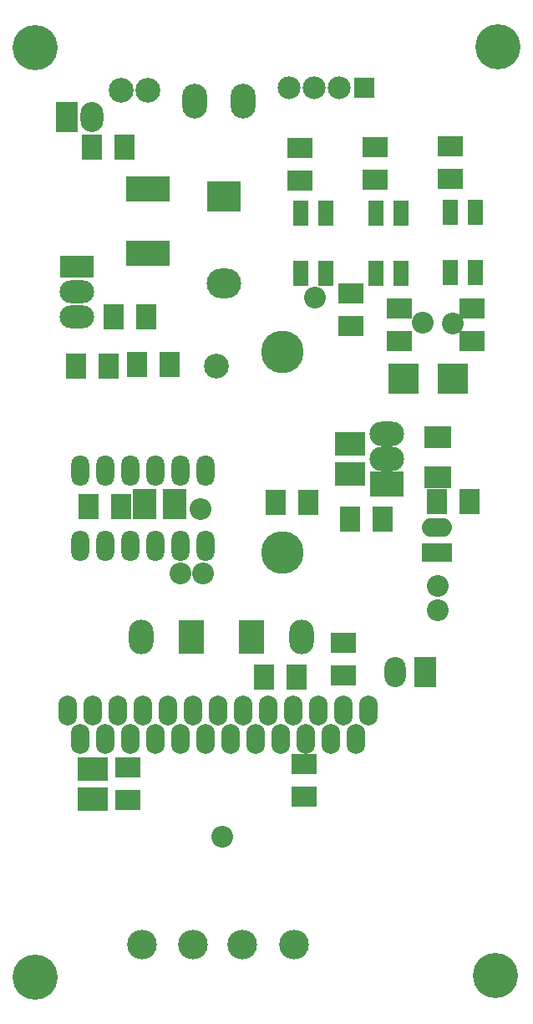
<source format=gbs>
G04 (created by PCBNEW-RS274X (2011-07-08 BZR 3044)-stable) date 2012-04-12 22:18:47*
G01*
G70*
G90*
%MOIN*%
G04 Gerber Fmt 3.4, Leading zero omitted, Abs format*
%FSLAX34Y34*%
G04 APERTURE LIST*
%ADD10C,0.006000*%
%ADD11R,0.138100X0.120000*%
%ADD12O,0.138100X0.120000*%
%ADD13C,0.170000*%
%ADD14O,0.118400X0.118400*%
%ADD15R,0.106600X0.090900*%
%ADD16O,0.138100X0.098700*%
%ADD17R,0.138100X0.098700*%
%ADD18O,0.138100X0.090900*%
%ADD19R,0.138100X0.090900*%
%ADD20O,0.098700X0.138700*%
%ADD21R,0.080000X0.100000*%
%ADD22R,0.100000X0.080000*%
%ADD23R,0.059400X0.098700*%
%ADD24R,0.085000X0.120000*%
%ADD25O,0.085000X0.120000*%
%ADD26R,0.120000X0.075000*%
%ADD27O,0.120000X0.075000*%
%ADD28R,0.090900X0.120000*%
%ADD29O,0.090900X0.120000*%
%ADD30C,0.086900*%
%ADD31R,0.177500X0.098700*%
%ADD32C,0.098700*%
%ADD33C,0.180000*%
%ADD34O,0.075100X0.118400*%
%ADD35R,0.098700X0.138100*%
%ADD36O,0.098700X0.138100*%
%ADD37O,0.072000X0.124000*%
%ADD38R,0.120400X0.118400*%
%ADD39R,0.118400X0.096800*%
%ADD40R,0.080000X0.080000*%
%ADD41C,0.090900*%
%ADD42R,0.096800X0.118400*%
G04 APERTURE END LIST*
G54D10*
G54D11*
X18230Y-17084D03*
G54D12*
X18230Y-20534D03*
G54D13*
X20578Y-23280D03*
X20578Y-31280D03*
G54D14*
X21033Y-46890D03*
X18983Y-46890D03*
X17008Y-46890D03*
X14958Y-46890D03*
G54D15*
X26782Y-28256D03*
X26782Y-26676D03*
G54D16*
X24734Y-26546D03*
X24734Y-27546D03*
G54D17*
X24734Y-28546D03*
G54D18*
X12380Y-21880D03*
X12380Y-20880D03*
G54D19*
X12380Y-19880D03*
G54D20*
X17072Y-13276D03*
X18997Y-13276D03*
G54D21*
X12978Y-15090D03*
X14278Y-15090D03*
X21586Y-29284D03*
X20286Y-29284D03*
X26748Y-29220D03*
X28048Y-29220D03*
X21134Y-36240D03*
X19834Y-36240D03*
X24564Y-29920D03*
X23264Y-29920D03*
G54D22*
X23004Y-36170D03*
X23004Y-34870D03*
G54D21*
X16080Y-23780D03*
X14780Y-23780D03*
G54D22*
X21284Y-15120D03*
X21284Y-16420D03*
X24274Y-15090D03*
X24274Y-16390D03*
X27254Y-15080D03*
X27254Y-16380D03*
X28148Y-21550D03*
X28148Y-22850D03*
X25248Y-21528D03*
X25248Y-22828D03*
X23302Y-20936D03*
X23302Y-22236D03*
G54D23*
X27252Y-17716D03*
X28252Y-17716D03*
X28252Y-20116D03*
X27252Y-20116D03*
X24290Y-17720D03*
X25290Y-17720D03*
X25290Y-20120D03*
X24290Y-20120D03*
X21290Y-17720D03*
X22290Y-17720D03*
X22290Y-20120D03*
X21290Y-20120D03*
G54D24*
X26266Y-36038D03*
G54D25*
X25066Y-36038D03*
G54D26*
X26738Y-31280D03*
G54D27*
X26738Y-30280D03*
G54D28*
X11970Y-13910D03*
G54D29*
X12970Y-13910D03*
G54D30*
X26768Y-32612D03*
G54D31*
X15194Y-16762D03*
X15194Y-19332D03*
G54D32*
X15188Y-12840D03*
X14122Y-12826D03*
G54D30*
X26768Y-33556D03*
G54D33*
X10708Y-11146D03*
X29152Y-11100D03*
X29078Y-48150D03*
X10718Y-48196D03*
G54D34*
X12000Y-37573D03*
X12500Y-38687D03*
X13000Y-37573D03*
X13500Y-38687D03*
X14000Y-37573D03*
X14500Y-38687D03*
X15000Y-37573D03*
X15500Y-38687D03*
X16000Y-37573D03*
X16500Y-38687D03*
X17000Y-37573D03*
X17500Y-38687D03*
X18000Y-37573D03*
X18500Y-38687D03*
X19000Y-37573D03*
X19500Y-38687D03*
X20000Y-37573D03*
X20500Y-38687D03*
X21000Y-37573D03*
X21500Y-38687D03*
X22000Y-37573D03*
X22500Y-38687D03*
X23000Y-37573D03*
X23500Y-38687D03*
X24000Y-37573D03*
G54D35*
X16942Y-34636D03*
G54D36*
X14942Y-34636D03*
G54D35*
X19342Y-34636D03*
G54D36*
X21342Y-34636D03*
G54D37*
X12510Y-30990D03*
X13510Y-30990D03*
X14510Y-30990D03*
X15510Y-30990D03*
X16510Y-30990D03*
X17510Y-30990D03*
X17510Y-27990D03*
X16510Y-27990D03*
X15510Y-27990D03*
X14510Y-27990D03*
X13510Y-27990D03*
X12510Y-27990D03*
G54D32*
X17922Y-23828D03*
G54D38*
X27378Y-24346D03*
X25390Y-24346D03*
G54D39*
X13004Y-39910D03*
X13004Y-41110D03*
G54D40*
X23844Y-12740D03*
G54D41*
X22844Y-12740D03*
X21844Y-12740D03*
X20844Y-12740D03*
G54D39*
X23274Y-28120D03*
X23274Y-26920D03*
G54D21*
X12824Y-29430D03*
X14124Y-29430D03*
G54D42*
X15064Y-29330D03*
X16264Y-29330D03*
G54D22*
X21438Y-41006D03*
X21438Y-39706D03*
G54D21*
X12344Y-23820D03*
X13644Y-23820D03*
X15144Y-21876D03*
X13844Y-21876D03*
G54D22*
X14404Y-39820D03*
X14404Y-41120D03*
G54D30*
X26168Y-22110D03*
X21860Y-21100D03*
X19342Y-34636D03*
X18158Y-42600D03*
X16492Y-32116D03*
X27382Y-22134D03*
X17408Y-32100D03*
X17288Y-29528D03*
M02*

</source>
